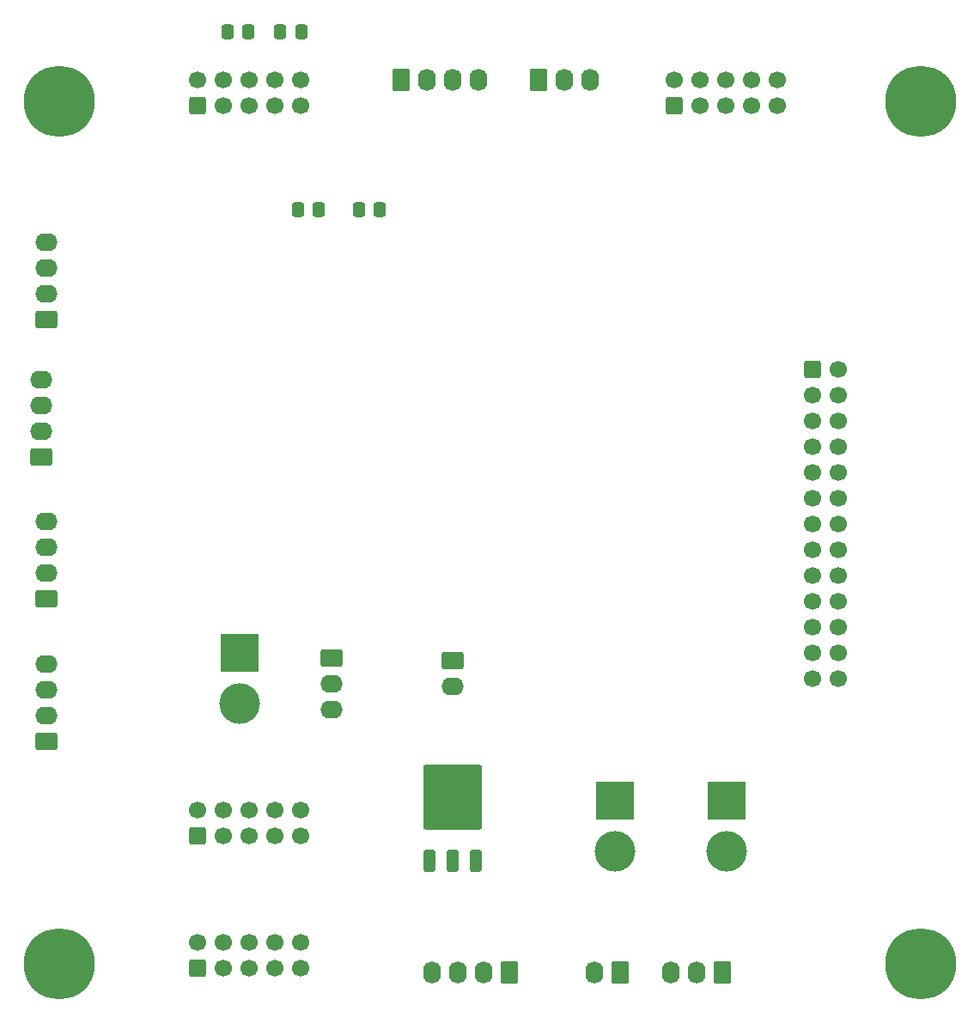
<source format=gts>
G04 #@! TF.GenerationSoftware,KiCad,Pcbnew,7.0.1*
G04 #@! TF.CreationDate,2023-08-23T10:04:26+02:00*
G04 #@! TF.ProjectId,K_IO_brd,4b5f494f-5f62-4726-942e-6b696361645f,rev?*
G04 #@! TF.SameCoordinates,Original*
G04 #@! TF.FileFunction,Soldermask,Top*
G04 #@! TF.FilePolarity,Negative*
%FSLAX46Y46*%
G04 Gerber Fmt 4.6, Leading zero omitted, Abs format (unit mm)*
G04 Created by KiCad (PCBNEW 7.0.1) date 2023-08-23 10:04:26*
%MOMM*%
%LPD*%
G01*
G04 APERTURE LIST*
G04 Aperture macros list*
%AMRoundRect*
0 Rectangle with rounded corners*
0 $1 Rounding radius*
0 $2 $3 $4 $5 $6 $7 $8 $9 X,Y pos of 4 corners*
0 Add a 4 corners polygon primitive as box body*
4,1,4,$2,$3,$4,$5,$6,$7,$8,$9,$2,$3,0*
0 Add four circle primitives for the rounded corners*
1,1,$1+$1,$2,$3*
1,1,$1+$1,$4,$5*
1,1,$1+$1,$6,$7*
1,1,$1+$1,$8,$9*
0 Add four rect primitives between the rounded corners*
20,1,$1+$1,$2,$3,$4,$5,0*
20,1,$1+$1,$4,$5,$6,$7,0*
20,1,$1+$1,$6,$7,$8,$9,0*
20,1,$1+$1,$8,$9,$2,$3,0*%
G04 Aperture macros list end*
%ADD10RoundRect,0.250000X0.600000X-0.600000X0.600000X0.600000X-0.600000X0.600000X-0.600000X-0.600000X0*%
%ADD11C,1.700000*%
%ADD12RoundRect,0.250000X-0.845000X0.620000X-0.845000X-0.620000X0.845000X-0.620000X0.845000X0.620000X0*%
%ADD13O,2.190000X1.740000*%
%ADD14C,0.800000*%
%ADD15C,7.000000*%
%ADD16R,3.800000X3.800000*%
%ADD17C,4.000000*%
%ADD18RoundRect,0.250000X-0.337500X-0.475000X0.337500X-0.475000X0.337500X0.475000X-0.337500X0.475000X0*%
%ADD19RoundRect,0.250000X0.845000X-0.620000X0.845000X0.620000X-0.845000X0.620000X-0.845000X-0.620000X0*%
%ADD20RoundRect,0.250000X-0.600000X-0.600000X0.600000X-0.600000X0.600000X0.600000X-0.600000X0.600000X0*%
%ADD21RoundRect,0.250000X0.350000X-0.850000X0.350000X0.850000X-0.350000X0.850000X-0.350000X-0.850000X0*%
%ADD22RoundRect,0.249997X2.650003X-2.950003X2.650003X2.950003X-2.650003X2.950003X-2.650003X-2.950003X0*%
%ADD23RoundRect,0.250000X0.620000X0.845000X-0.620000X0.845000X-0.620000X-0.845000X0.620000X-0.845000X0*%
%ADD24O,1.740000X2.190000*%
%ADD25RoundRect,0.250000X0.337500X0.475000X-0.337500X0.475000X-0.337500X-0.475000X0.337500X-0.475000X0*%
%ADD26RoundRect,0.250000X-0.620000X-0.845000X0.620000X-0.845000X0.620000X0.845000X-0.620000X0.845000X0*%
G04 APERTURE END LIST*
D10*
X131840000Y-140540000D03*
D11*
X131840000Y-138000000D03*
X134380000Y-140540000D03*
X134380000Y-138000000D03*
X136920000Y-140540000D03*
X136920000Y-138000000D03*
X139460000Y-140540000D03*
X139460000Y-138000000D03*
X142000000Y-140540000D03*
X142000000Y-138000000D03*
D12*
X145000000Y-123000000D03*
D13*
X145000000Y-125540000D03*
X145000000Y-128080000D03*
D14*
X115518845Y-153143845D03*
X116287690Y-151287690D03*
X116287690Y-155000000D03*
X118143845Y-150518845D03*
D15*
X118143845Y-153143845D03*
D14*
X118143845Y-155768845D03*
X120000000Y-151287690D03*
X120000000Y-155000000D03*
X120768845Y-153143845D03*
D16*
X184000000Y-137000000D03*
D17*
X184000000Y-142000000D03*
D18*
X147712500Y-78750000D03*
X149787500Y-78750000D03*
D19*
X116917500Y-117160000D03*
D13*
X116917500Y-114620000D03*
X116917500Y-112080000D03*
X116917500Y-109540000D03*
D20*
X192460000Y-94520000D03*
D11*
X195000000Y-94520000D03*
X192460000Y-97060000D03*
X195000000Y-97060000D03*
X192460000Y-99600000D03*
X195000000Y-99600000D03*
X192460000Y-102140000D03*
X195000000Y-102140000D03*
X192460000Y-104680000D03*
X195000000Y-104680000D03*
X192460000Y-107220000D03*
X195000000Y-107220000D03*
X192460000Y-109760000D03*
X195000000Y-109760000D03*
X192460000Y-112300000D03*
X195000000Y-112300000D03*
X192460000Y-114840000D03*
X195000000Y-114840000D03*
X192460000Y-117380000D03*
X195000000Y-117380000D03*
X192460000Y-119920000D03*
X195000000Y-119920000D03*
X192460000Y-122460000D03*
X195000000Y-122460000D03*
X192460000Y-125000000D03*
X195000000Y-125000000D03*
D14*
X200518845Y-68143845D03*
X201287690Y-66287690D03*
X201287690Y-70000000D03*
X203143845Y-65518845D03*
D15*
X203143845Y-68143845D03*
D14*
X203143845Y-70768845D03*
X205000000Y-66287690D03*
X205000000Y-70000000D03*
X205768845Y-68143845D03*
D21*
X154690000Y-143000000D03*
X156970000Y-143000000D03*
D22*
X156970000Y-136700000D03*
D21*
X159250000Y-143000000D03*
D19*
X116880000Y-89660000D03*
D13*
X116880000Y-87120000D03*
X116880000Y-84580000D03*
X116880000Y-82040000D03*
D16*
X136000000Y-122500000D03*
D17*
X136000000Y-127500000D03*
D16*
X173000000Y-137000000D03*
D17*
X173000000Y-142000000D03*
D23*
X162560000Y-153980000D03*
D24*
X160020000Y-153980000D03*
X157480000Y-153980000D03*
X154940000Y-153980000D03*
D18*
X139962500Y-61250000D03*
X142037500Y-61250000D03*
D10*
X131840000Y-153540000D03*
D11*
X131840000Y-151000000D03*
X134380000Y-153540000D03*
X134380000Y-151000000D03*
X136920000Y-153540000D03*
X136920000Y-151000000D03*
X139460000Y-153540000D03*
X139460000Y-151000000D03*
X142000000Y-153540000D03*
X142000000Y-151000000D03*
D25*
X143787500Y-78750000D03*
X141712500Y-78750000D03*
D14*
X200518845Y-153143845D03*
X201287690Y-151287690D03*
X201287690Y-155000000D03*
X203143845Y-150518845D03*
D15*
X203143845Y-153143845D03*
D14*
X203143845Y-155768845D03*
X205000000Y-151287690D03*
X205000000Y-155000000D03*
X205768845Y-153143845D03*
X115518845Y-68143845D03*
X116287690Y-66287690D03*
X116287690Y-70000000D03*
X118143845Y-65518845D03*
D15*
X118143845Y-68143845D03*
D14*
X118143845Y-70768845D03*
X120000000Y-66287690D03*
X120000000Y-70000000D03*
X120768845Y-68143845D03*
D10*
X131840000Y-68540000D03*
D11*
X131840000Y-66000000D03*
X134380000Y-68540000D03*
X134380000Y-66000000D03*
X136920000Y-68540000D03*
X136920000Y-66000000D03*
X139460000Y-68540000D03*
X139460000Y-66000000D03*
X142000000Y-68540000D03*
X142000000Y-66000000D03*
D26*
X165460000Y-66000000D03*
D24*
X168000000Y-66000000D03*
X170540000Y-66000000D03*
D25*
X136825000Y-61250000D03*
X134750000Y-61250000D03*
D12*
X157000000Y-123250000D03*
D13*
X157000000Y-125790000D03*
D10*
X178840000Y-68540000D03*
D11*
X178840000Y-66000000D03*
X181380000Y-68540000D03*
X181380000Y-66000000D03*
X183920000Y-68540000D03*
X183920000Y-66000000D03*
X186460000Y-68540000D03*
X186460000Y-66000000D03*
X189000000Y-68540000D03*
X189000000Y-66000000D03*
D19*
X116897500Y-131160000D03*
D13*
X116897500Y-128620000D03*
X116897500Y-126080000D03*
X116897500Y-123540000D03*
D23*
X173500000Y-154000000D03*
D24*
X170960000Y-154000000D03*
D23*
X183580000Y-154000000D03*
D24*
X181040000Y-154000000D03*
X178500000Y-154000000D03*
D26*
X151842500Y-66000000D03*
D24*
X154382500Y-66000000D03*
X156922500Y-66000000D03*
X159462500Y-66000000D03*
D19*
X116417500Y-103160000D03*
D13*
X116417500Y-100620000D03*
X116417500Y-98080000D03*
X116417500Y-95540000D03*
M02*

</source>
